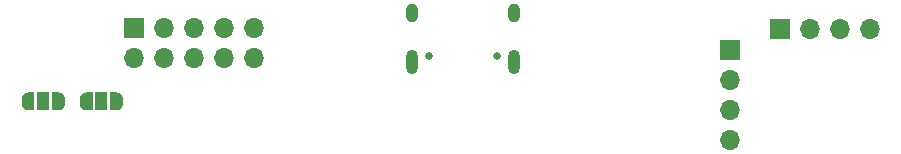
<source format=gbs>
G04 #@! TF.GenerationSoftware,KiCad,Pcbnew,(5.1.12)-1*
G04 #@! TF.CreationDate,2024-09-15T14:26:27+03:00*
G04 #@! TF.ProjectId,CaliperPCB,43616c69-7065-4725-9043-422e6b696361,rev?*
G04 #@! TF.SameCoordinates,Original*
G04 #@! TF.FileFunction,Soldermask,Bot*
G04 #@! TF.FilePolarity,Negative*
%FSLAX46Y46*%
G04 Gerber Fmt 4.6, Leading zero omitted, Abs format (unit mm)*
G04 Created by KiCad (PCBNEW (5.1.12)-1) date 2024-09-15 14:26:27*
%MOMM*%
%LPD*%
G01*
G04 APERTURE LIST*
%ADD10O,1.700000X1.700000*%
%ADD11R,1.700000X1.700000*%
%ADD12R,1.000000X1.500000*%
%ADD13C,0.100000*%
%ADD14O,1.000000X1.600000*%
%ADD15C,0.650000*%
%ADD16O,1.000000X2.100000*%
G04 APERTURE END LIST*
D10*
X139192000Y-89408000D03*
X139192000Y-86868000D03*
X136652000Y-89408000D03*
X136652000Y-86868000D03*
X134112000Y-89408000D03*
X134112000Y-86868000D03*
X131572000Y-89408000D03*
X131572000Y-86868000D03*
X129032000Y-89408000D03*
D11*
X129032000Y-86868000D03*
D10*
X179460000Y-96370000D03*
X179460000Y-93830000D03*
X179460000Y-91290000D03*
D11*
X179460000Y-88750000D03*
D12*
X121340000Y-93070000D03*
D13*
G36*
X122640000Y-92320602D02*
G01*
X122664534Y-92320602D01*
X122713365Y-92325412D01*
X122761490Y-92334984D01*
X122808445Y-92349228D01*
X122853778Y-92368005D01*
X122897051Y-92391136D01*
X122937850Y-92418396D01*
X122975779Y-92449524D01*
X123010476Y-92484221D01*
X123041604Y-92522150D01*
X123068864Y-92562949D01*
X123091995Y-92606222D01*
X123110772Y-92651555D01*
X123125016Y-92698510D01*
X123134588Y-92746635D01*
X123139398Y-92795466D01*
X123139398Y-92820000D01*
X123140000Y-92820000D01*
X123140000Y-93320000D01*
X123139398Y-93320000D01*
X123139398Y-93344534D01*
X123134588Y-93393365D01*
X123125016Y-93441490D01*
X123110772Y-93488445D01*
X123091995Y-93533778D01*
X123068864Y-93577051D01*
X123041604Y-93617850D01*
X123010476Y-93655779D01*
X122975779Y-93690476D01*
X122937850Y-93721604D01*
X122897051Y-93748864D01*
X122853778Y-93771995D01*
X122808445Y-93790772D01*
X122761490Y-93805016D01*
X122713365Y-93814588D01*
X122664534Y-93819398D01*
X122640000Y-93819398D01*
X122640000Y-93820000D01*
X122090000Y-93820000D01*
X122090000Y-92320000D01*
X122640000Y-92320000D01*
X122640000Y-92320602D01*
G37*
G36*
X120590000Y-93820000D02*
G01*
X120040000Y-93820000D01*
X120040000Y-93819398D01*
X120015466Y-93819398D01*
X119966635Y-93814588D01*
X119918510Y-93805016D01*
X119871555Y-93790772D01*
X119826222Y-93771995D01*
X119782949Y-93748864D01*
X119742150Y-93721604D01*
X119704221Y-93690476D01*
X119669524Y-93655779D01*
X119638396Y-93617850D01*
X119611136Y-93577051D01*
X119588005Y-93533778D01*
X119569228Y-93488445D01*
X119554984Y-93441490D01*
X119545412Y-93393365D01*
X119540602Y-93344534D01*
X119540602Y-93320000D01*
X119540000Y-93320000D01*
X119540000Y-92820000D01*
X119540602Y-92820000D01*
X119540602Y-92795466D01*
X119545412Y-92746635D01*
X119554984Y-92698510D01*
X119569228Y-92651555D01*
X119588005Y-92606222D01*
X119611136Y-92562949D01*
X119638396Y-92522150D01*
X119669524Y-92484221D01*
X119704221Y-92449524D01*
X119742150Y-92418396D01*
X119782949Y-92391136D01*
X119826222Y-92368005D01*
X119871555Y-92349228D01*
X119918510Y-92334984D01*
X119966635Y-92325412D01*
X120015466Y-92320602D01*
X120040000Y-92320602D01*
X120040000Y-92320000D01*
X120590000Y-92320000D01*
X120590000Y-93820000D01*
G37*
D12*
X126256000Y-93070000D03*
D13*
G36*
X127556000Y-92320602D02*
G01*
X127580534Y-92320602D01*
X127629365Y-92325412D01*
X127677490Y-92334984D01*
X127724445Y-92349228D01*
X127769778Y-92368005D01*
X127813051Y-92391136D01*
X127853850Y-92418396D01*
X127891779Y-92449524D01*
X127926476Y-92484221D01*
X127957604Y-92522150D01*
X127984864Y-92562949D01*
X128007995Y-92606222D01*
X128026772Y-92651555D01*
X128041016Y-92698510D01*
X128050588Y-92746635D01*
X128055398Y-92795466D01*
X128055398Y-92820000D01*
X128056000Y-92820000D01*
X128056000Y-93320000D01*
X128055398Y-93320000D01*
X128055398Y-93344534D01*
X128050588Y-93393365D01*
X128041016Y-93441490D01*
X128026772Y-93488445D01*
X128007995Y-93533778D01*
X127984864Y-93577051D01*
X127957604Y-93617850D01*
X127926476Y-93655779D01*
X127891779Y-93690476D01*
X127853850Y-93721604D01*
X127813051Y-93748864D01*
X127769778Y-93771995D01*
X127724445Y-93790772D01*
X127677490Y-93805016D01*
X127629365Y-93814588D01*
X127580534Y-93819398D01*
X127556000Y-93819398D01*
X127556000Y-93820000D01*
X127006000Y-93820000D01*
X127006000Y-92320000D01*
X127556000Y-92320000D01*
X127556000Y-92320602D01*
G37*
G36*
X125506000Y-93820000D02*
G01*
X124956000Y-93820000D01*
X124956000Y-93819398D01*
X124931466Y-93819398D01*
X124882635Y-93814588D01*
X124834510Y-93805016D01*
X124787555Y-93790772D01*
X124742222Y-93771995D01*
X124698949Y-93748864D01*
X124658150Y-93721604D01*
X124620221Y-93690476D01*
X124585524Y-93655779D01*
X124554396Y-93617850D01*
X124527136Y-93577051D01*
X124504005Y-93533778D01*
X124485228Y-93488445D01*
X124470984Y-93441490D01*
X124461412Y-93393365D01*
X124456602Y-93344534D01*
X124456602Y-93320000D01*
X124456000Y-93320000D01*
X124456000Y-92820000D01*
X124456602Y-92820000D01*
X124456602Y-92795466D01*
X124461412Y-92746635D01*
X124470984Y-92698510D01*
X124485228Y-92651555D01*
X124504005Y-92606222D01*
X124527136Y-92562949D01*
X124554396Y-92522150D01*
X124585524Y-92484221D01*
X124620221Y-92449524D01*
X124658150Y-92418396D01*
X124698949Y-92391136D01*
X124742222Y-92368005D01*
X124787555Y-92349228D01*
X124834510Y-92334984D01*
X124882635Y-92325412D01*
X124931466Y-92320602D01*
X124956000Y-92320602D01*
X124956000Y-92320000D01*
X125506000Y-92320000D01*
X125506000Y-93820000D01*
G37*
D11*
X183720000Y-86950000D03*
D10*
X186260000Y-86950000D03*
X188800000Y-86950000D03*
X191340000Y-86950000D03*
D14*
X152528000Y-85564000D03*
D15*
X153958000Y-89214000D03*
D14*
X161168000Y-85564000D03*
D15*
X159738000Y-89214000D03*
D16*
X161168000Y-89744000D03*
X152528000Y-89744000D03*
M02*

</source>
